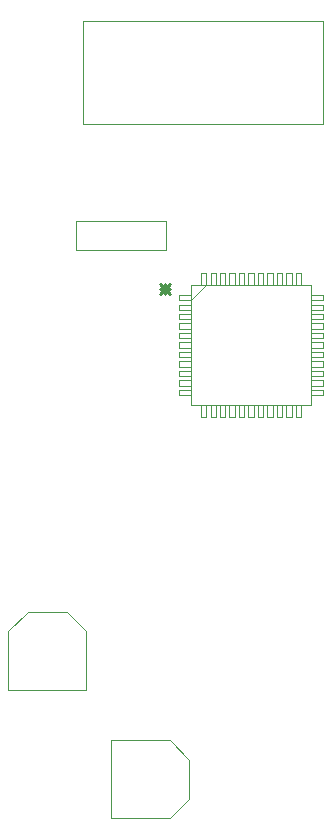
<source format=gbr>
%TF.GenerationSoftware,Altium Limited,Altium Designer,25.3.3 (18)*%
G04 Layer_Color=16711935*
%FSLAX45Y45*%
%MOMM*%
%TF.SameCoordinates,ACD2DE35-000D-4175-8758-006393140AE5*%
%TF.FilePolarity,Positive*%
%TF.FileFunction,Other,Mechanical_13*%
%TF.Part,Single*%
G01*
G75*
%TA.AperFunction,NonConductor*%
%ADD57C,0.26442*%
%ADD58C,0.10000*%
%ADD76C,0.00000*%
D57*
X12933681Y8317619D02*
X13018320Y8232980D01*
X12933681D02*
X13018320Y8317619D01*
X12933681Y8275299D02*
X13018320D01*
X12975999Y8232980D02*
Y8317619D01*
D58*
X12520000Y3790000D02*
Y4450000D01*
X13014999D01*
X13180000Y4285000D01*
Y3955000D02*
Y4285000D01*
X13014999Y3790000D02*
X13180000Y3955000D01*
X12520000Y3790000D02*
X13014999D01*
X12310000Y4880000D02*
Y5375000D01*
X12145000Y5540000D02*
X12310000Y5375000D01*
X11815000Y5540000D02*
X12145000D01*
X11650000Y5375000D02*
X11815000Y5540000D01*
X11650000Y4880000D02*
Y5375000D01*
Y4880000D02*
X12310000D01*
X14314999Y9667001D02*
Y10544997D01*
X12285001Y9667001D02*
X14314999D01*
X12285001Y10544997D02*
X14314999D01*
X12285001Y9667001D02*
Y10544997D01*
X12217400Y8849401D02*
X12979401D01*
X12217400Y8600399D02*
X12979401D01*
X12217400D02*
Y8849401D01*
X12979401Y8600399D02*
Y8849401D01*
D76*
X13197839Y7292340D02*
Y8303260D01*
X14208760D01*
Y7292340D02*
Y8303260D01*
X13197839Y7292340D02*
X14208760D01*
X13197839Y8176260D02*
X13324840Y8303260D01*
X14208760Y8219440D02*
X14315440D01*
Y8176260D02*
Y8219440D01*
X14208760Y8176260D02*
X14315440D01*
X14208760D02*
Y8219440D01*
Y8140700D02*
X14315440D01*
Y8094980D02*
Y8140700D01*
X14208760Y8094980D02*
X14315440D01*
X14208760D02*
Y8140700D01*
Y8059420D02*
X14315440D01*
Y8016240D02*
Y8059420D01*
X14208760Y8016240D02*
X14315440D01*
X14208760D02*
Y8059420D01*
Y7980680D02*
X14315440D01*
Y7934960D02*
Y7980680D01*
X14208760Y7934960D02*
X14315440D01*
X14208760D02*
Y7980680D01*
Y7899400D02*
X14315440D01*
Y7856220D02*
Y7899400D01*
X14208760Y7856220D02*
X14315440D01*
X14208760D02*
Y7899400D01*
Y7820660D02*
X14315440D01*
Y7774940D02*
Y7820660D01*
X14208760Y7774940D02*
X14315440D01*
X14208760D02*
Y7820660D01*
Y7739380D02*
X14315440D01*
Y7696200D02*
Y7739380D01*
X14208760Y7696200D02*
X14315440D01*
X14208760D02*
Y7739380D01*
Y7660640D02*
X14315440D01*
Y7614920D02*
Y7660640D01*
X14208760Y7614920D02*
X14315440D01*
X14208760D02*
Y7660640D01*
Y7579360D02*
X14315440D01*
Y7536180D02*
Y7579360D01*
X14208760Y7536180D02*
X14315440D01*
X14208760D02*
Y7579360D01*
Y7500620D02*
X14315440D01*
Y7454900D02*
Y7500620D01*
X14208760Y7454900D02*
X14315440D01*
X14208760D02*
Y7500620D01*
Y7419340D02*
X14315440D01*
Y7376160D02*
Y7419340D01*
X14208760Y7376160D02*
X14315440D01*
X14208760D02*
Y7419340D01*
X14124940Y7185660D02*
Y7292340D01*
X14081760Y7185660D02*
X14124940D01*
X14081760D02*
Y7292340D01*
X14124940D01*
X14046201Y7185660D02*
Y7292340D01*
X14000481Y7185660D02*
X14046201D01*
X14000481D02*
Y7292340D01*
X14046201D01*
X13964920Y7185660D02*
Y7292340D01*
X13921741Y7185660D02*
X13964920D01*
X13921741D02*
Y7292340D01*
X13964920D01*
X13886180Y7185660D02*
Y7292340D01*
X13840460Y7185660D02*
X13886180D01*
X13840460D02*
Y7292340D01*
X13886180D01*
X13804900Y7185660D02*
Y7292340D01*
X13761720Y7185660D02*
X13804900D01*
X13761720D02*
Y7292340D01*
X13804900D01*
X13726160Y7185660D02*
Y7292340D01*
X13680440Y7185660D02*
X13726160D01*
X13680440D02*
Y7292340D01*
X13726160D01*
X13644881Y7185660D02*
Y7292340D01*
X13601700Y7185660D02*
X13644881D01*
X13601700D02*
Y7292340D01*
X13644881D01*
X13566141Y7185660D02*
Y7292340D01*
X13520419Y7185660D02*
X13566141D01*
X13520419D02*
Y7292340D01*
X13566141D01*
X13484860Y7185660D02*
Y7292340D01*
X13441679Y7185660D02*
X13484860D01*
X13441679D02*
Y7292340D01*
X13484860D01*
X13406120Y7185660D02*
Y7292340D01*
X13360400Y7185660D02*
X13406120D01*
X13360400D02*
Y7292340D01*
X13406120D01*
X13324840Y7185660D02*
Y7292340D01*
X13281660Y7185660D02*
X13324840D01*
X13281660D02*
Y7292340D01*
X13324840D01*
X13091161Y7376160D02*
X13197839D01*
X13091161D02*
Y7419340D01*
X13197839D01*
Y7376160D02*
Y7419340D01*
X13091161Y7454900D02*
X13197839D01*
X13091161D02*
Y7500620D01*
X13197839D01*
Y7454900D02*
Y7500620D01*
X13091161Y7536180D02*
X13197839D01*
X13091161D02*
Y7579360D01*
X13197839D01*
Y7536180D02*
Y7579360D01*
X13091161Y7614920D02*
X13197839D01*
X13091161D02*
Y7660640D01*
X13197839D01*
Y7614920D02*
Y7660640D01*
X13091161Y7696200D02*
X13197839D01*
X13091161D02*
Y7739380D01*
X13197839D01*
Y7696200D02*
Y7739380D01*
X13091161Y7774940D02*
X13197839D01*
X13091161D02*
Y7820660D01*
X13197839D01*
Y7774940D02*
Y7820660D01*
X13091161Y7856220D02*
X13197839D01*
X13091161D02*
Y7899400D01*
X13197839D01*
Y7856220D02*
Y7899400D01*
X13091161Y7934960D02*
X13197839D01*
X13091161D02*
Y7980680D01*
X13197839D01*
Y7934960D02*
Y7980680D01*
X13091161Y8016240D02*
X13197839D01*
X13091161D02*
Y8059420D01*
X13197839D01*
Y8016240D02*
Y8059420D01*
X13091161Y8094980D02*
X13197839D01*
X13091161D02*
Y8140700D01*
X13197839D01*
Y8094980D02*
Y8140700D01*
X13091161Y8176260D02*
X13197839D01*
X13091161D02*
Y8219440D01*
X13197839D01*
Y8176260D02*
Y8219440D01*
X13281660Y8303260D02*
Y8409940D01*
X13324840D01*
Y8303260D02*
Y8409940D01*
X13281660Y8303260D02*
X13324840D01*
X13360400D02*
Y8409940D01*
X13406120D01*
Y8303260D02*
Y8409940D01*
X13360400Y8303260D02*
X13406120D01*
X13441679D02*
Y8409940D01*
X13484860D01*
Y8303260D02*
Y8409940D01*
X13441679Y8303260D02*
X13484860D01*
X13520419D02*
Y8409940D01*
X13566141D01*
Y8303260D02*
Y8409940D01*
X13520419Y8303260D02*
X13566141D01*
X13601700D02*
Y8409940D01*
X13644881D01*
Y8303260D02*
Y8409940D01*
X13601700Y8303260D02*
X13644881D01*
X13680440D02*
Y8409940D01*
X13726160D01*
Y8303260D02*
Y8409940D01*
X13680440Y8303260D02*
X13726160D01*
X13761720D02*
Y8409940D01*
X13804900D01*
Y8303260D02*
Y8409940D01*
X13761720Y8303260D02*
X13804900D01*
X13840460D02*
Y8409940D01*
X13886180D01*
Y8303260D02*
Y8409940D01*
X13840460Y8303260D02*
X13886180D01*
X13921741D02*
Y8409940D01*
X13964920D01*
Y8303260D02*
Y8409940D01*
X13921741Y8303260D02*
X13964920D01*
X14000481D02*
Y8409940D01*
X14046201D01*
Y8303260D02*
Y8409940D01*
X14000481Y8303260D02*
X14046201D01*
X14081760D02*
Y8409940D01*
X14124940D01*
Y8303260D02*
Y8409940D01*
X14081760Y8303260D02*
X14124940D01*
%TF.MD5,c8d937d241132803a83a72cfb1386590*%
M02*

</source>
